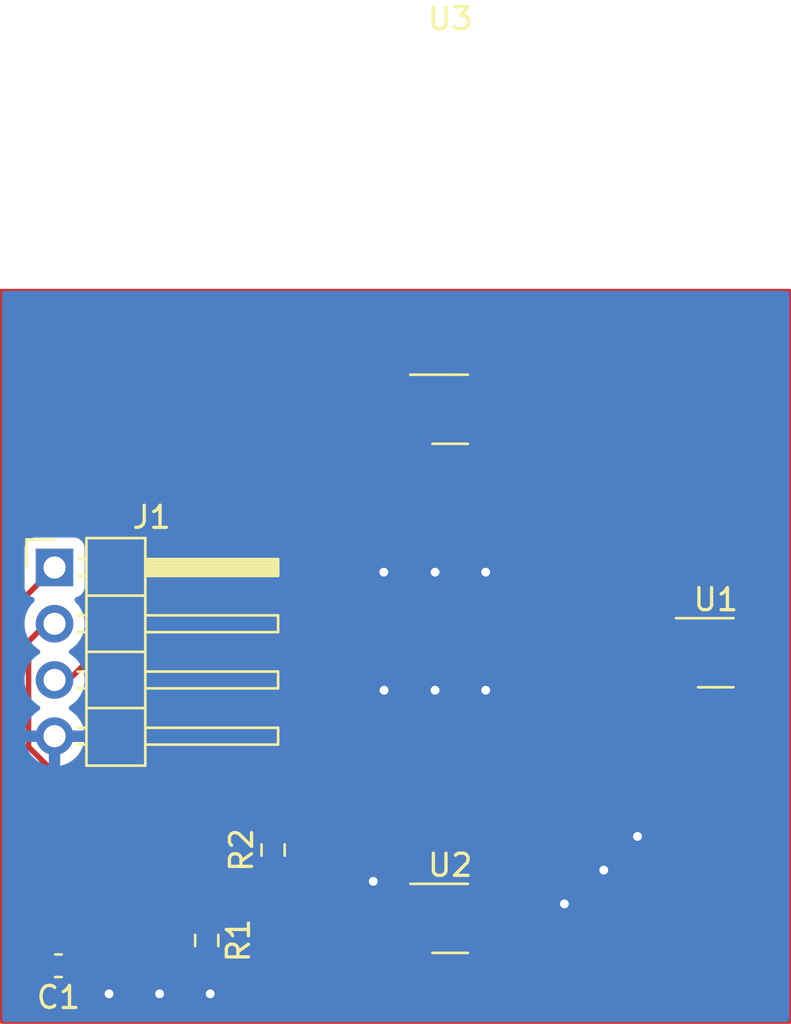
<source format=kicad_pcb>
(kicad_pcb (version 20211014) (generator pcbnew)
  (layers (0 "F.Cu" signal) (31 "B.Cu" signal) (34 "B.Paste" user) (35 "F.Paste" user) (36 "B.SilkS" user "B.Silkscreen") (37 "F.SilkS" user "F.Silkscreen") (38 "B.Mask" user) (39 "F.Mask" user) (44 "Edge.Cuts" user))
  (net 0 "")
  (net 1 "+3V3")
  (net 2 "GND")
  (net 3 "SDA")
  (net 4 "SCL")
  (footprint "Connector_PinHeader_2.54mm:PinHeader_1x04_P2.54mm_Horizontal" (layer "F.Cu") (at 114.125 86.15)
    (fp_text reference "J1" (at 4.385 -2.27) (layer "F.SilkS"))
    (fp_text value "Conn_01x04")
    (fp_line (start 1.44 6.35) (end 4.1 6.35) (layer "F.SilkS") (width 0.12))
    (fp_line (start 1.042929 8) (end 1.44 8) (layer "F.SilkS") (width 0.12))
    (fp_line (start 1.042929 4.7) (end 1.44 4.7) (layer "F.SilkS") (width 0.12))
    (fp_line (start 1.44 -1.33) (end 1.44 8.95) (layer "F.SilkS") (width 0.12))
    (fp_line (start 10.1 2.16) (end 10.1 2.92) (layer "F.SilkS") (width 0.12))
    (fp_line (start 10.1 -0.38) (end 10.1 0.38) (layer "F.SilkS") (width 0.12))
    (fp_line (start 4.1 0.04) (end 10.1 0.04) (layer "F.SilkS") (width 0.12))
    (fp_line (start 10.1 7.24) (end 10.1 8) (layer "F.SilkS") (width 0.12))
    (fp_line (start 4.1 2.16) (end 10.1 2.16) (layer "F.SilkS") (width 0.12))
    (fp_line (start 4.1 -0.38) (end 10.1 -0.38) (layer "F.SilkS") (width 0.12))
    (fp_line (start 10.1 4.7) (end 10.1 5.46) (layer "F.SilkS") (width 0.12))
    (fp_line (start -1.27 0) (end -1.27 -1.27) (layer "F.SilkS") (width 0.12))
    (fp_line (start 1.042929 2.92) (end 1.44 2.92) (layer "F.SilkS") (width 0.12))
    (fp_line (start 4.1 -0.08) (end 10.1 -0.08) (layer "F.SilkS") (width 0.12))
    (fp_line (start 10.1 0.38) (end 4.1 0.38) (layer "F.SilkS") (width 0.12))
    (fp_line (start 1.44 8.95) (end 4.1 8.95) (layer "F.SilkS") (width 0.12))
    (fp_line (start 1.042929 7.24) (end 1.44 7.24) (layer "F.SilkS") (width 0.12))
    (fp_line (start 10.1 5.46) (end 4.1 5.46) (layer "F.SilkS") (width 0.12))
    (fp_line (start 4.1 8.95) (end 4.1 -1.33) (layer "F.SilkS") (width 0.12))
    (fp_line (start 1.042929 2.16) (end 1.44 2.16) (layer "F.SilkS") (width 0.12))
    (fp_line (start 10.1 2.92) (end 4.1 2.92) (layer "F.SilkS") (width 0.12))
    (fp_line (start 4.1 4.7) (end 10.1 4.7) (layer "F.SilkS") (width 0.12))
    (fp_line (start 1.11 0.38) (end 1.44 0.38) (layer "F.SilkS") (width 0.12))
    (fp_line (start -1.27 -1.27) (end 0 -1.27) (layer "F.SilkS") (width 0.12))
    (fp_line (start 4.1 -1.33) (end 1.44 -1.33) (layer "F.SilkS") (width 0.12))
    (fp_line (start 4.1 -0.2) (end 10.1 -0.2) (layer "F.SilkS") (width 0.12))
    (fp_line (start 10.1 8) (end 4.1 8) (layer "F.SilkS") (width 0.12))
    (fp_line (start 4.1 0.16) (end 10.1 0.16) (layer "F.SilkS") (width 0.12))
    (fp_line (start 4.1 0.28) (end 10.1 0.28) (layer "F.SilkS") (width 0.12))
    (fp_line (start 1.44 1.27) (end 4.1 1.27) (layer "F.SilkS") (width 0.12))
    (fp_line (start 1.44 3.81) (end 4.1 3.81) (layer "F.SilkS") (width 0.12))
    (fp_line (start 4.1 -0.32) (end 10.1 -0.32) (layer "F.SilkS") (width 0.12))
    (fp_line (start 4.1 7.24) (end 10.1 7.24) (layer "F.SilkS") (width 0.12))
    (fp_line (start 1.042929 5.46) (end 1.44 5.46) (layer "F.SilkS") (width 0.12))
    (fp_line (start 1.11 -0.38) (end 1.44 -0.38) (layer "F.SilkS") (width 0.12))
    (pad "1" thru_hole rect (at 0 0) (size 1.7 1.7) (drill 1) (layers *.Cu *.Mask) (net 1 "+3V3"))
    (pad "2" thru_hole oval (at 0 2.54) (size 1.7 1.7) (drill 1) (layers *.Cu *.Mask) (net 3 "SDA"))
    (pad "3" thru_hole oval (at 0 5.08) (size 1.7 1.7) (drill 1) (layers *.Cu *.Mask) (net 4 "SCL"))
    (pad "4" thru_hole oval (at 0 7.62) (size 1.7 1.7) (drill 1) (layers *.Cu *.Mask) (net 2 "GND"))
  )
  (footprint "Package_TO_SOT_SMD:SOT-23-6" (layer "F.Cu") (at 132 79)
    (fp_text reference "U3" (at 0 -17.64) (layer "F.SilkS"))
    (fp_text value "TLV493D")
    (fp_line (start 0 -1.56) (end 0.8 -1.56) (layer "F.SilkS") (width 0.12))
    (fp_line (start 0 -1.56) (end -1.8 -1.56) (layer "F.SilkS") (width 0.12))
    (fp_line (start 0 1.56) (end -0.8 1.56) (layer "F.SilkS") (width 0.12))
    (fp_line (start 0 1.56) (end 0.8 1.56) (layer "F.SilkS") (width 0.12))
    (pad "1" smd roundrect (at -1.1375 -0.95) (size 1.325 0.6) (layers "F.Cu" "F.Paste" "F.Mask") (net 4 "SCL"))
    (pad "2" smd roundrect (at -1.1375 0) (size 1.325 0.6) (layers "F.Cu" "F.Paste" "F.Mask") (net 2 "GND"))
    (pad "3" smd roundrect (at -1.1375 0.95) (size 1.325 0.6) (layers "F.Cu" "F.Paste" "F.Mask"))
    (pad "4" smd roundrect (at 1.1375 0.95) (size 1.325 0.6) (layers "F.Cu" "F.Paste" "F.Mask") (net 1 "+3V3"))
    (pad "5" smd roundrect (at 1.1375 0) (size 1.325 0.6) (layers "F.Cu" "F.Paste" "F.Mask"))
    (pad "6" smd roundrect (at 1.1375 -0.95) (size 1.325 0.6) (layers "F.Cu" "F.Paste" "F.Mask") (net 3 "SDA"))
  )
  (footprint "Resistor_SMD:R_0603_1608Metric_Pad0.98x0.95mm_HandSolder" (layer "F.Cu") (at 121 103 -90)
    (fp_text reference "R1" (at 0 -1.43 90) (layer "F.SilkS"))
    (fp_text value "1.2kOhm")
    (fp_line (start -0.254724 0.5225) (end 0.254724 0.5225) (layer "F.SilkS") (width 0.12))
    (fp_line (start -0.254724 -0.5225) (end 0.254724 -0.5225) (layer "F.SilkS") (width 0.12))
    (pad "1" smd roundrect (at -0.9125 0 270) (size 0.975 0.95) (layers "F.Cu" "F.Paste" "F.Mask") (net 3 "SDA"))
    (pad "2" smd roundrect (at 0.9125 0 270) (size 0.975 0.95) (layers "F.Cu" "F.Paste" "F.Mask") (net 1 "+3V3"))
  )
  (footprint "Resistor_SMD:R_0603_1608Metric_Pad0.98x0.95mm_HandSolder" (layer "F.Cu") (at 124 98.9125 90)
    (fp_text reference "R2" (at 0 -1.43 90) (layer "F.SilkS"))
    (fp_text value "1.2kOhm")
    (fp_line (start -0.254724 -0.5225) (end 0.254724 -0.5225) (layer "F.SilkS") (width 0.12))
    (fp_line (start -0.254724 0.5225) (end 0.254724 0.5225) (layer "F.SilkS") (width 0.12))
    (pad "1" smd roundrect (at -0.9125 0 90) (size 0.975 0.95) (layers "F.Cu" "F.Paste" "F.Mask") (net 1 "+3V3"))
    (pad "2" smd roundrect (at 0.9125 0 90) (size 0.975 0.95) (layers "F.Cu" "F.Paste" "F.Mask") (net 4 "SCL"))
  )
  (footprint "Package_TO_SOT_SMD:SOT-23-6" (layer "F.Cu") (at 144 90)
    (fp_text reference "U1" (at 0 -2.4) (layer "F.SilkS"))
    (fp_text value "TLV493D")
    (fp_line (start 0 1.56) (end 0.8 1.56) (layer "F.SilkS") (width 0.12))
    (fp_line (start 0 -1.56) (end 0.8 -1.56) (layer "F.SilkS") (width 0.12))
    (fp_line (start 0 -1.56) (end -1.8 -1.56) (layer "F.SilkS") (width 0.12))
    (fp_line (start 0 1.56) (end -0.8 1.56) (layer "F.SilkS") (width 0.12))
    (pad "1" smd roundrect (at -1.1375 -0.95) (size 1.325 0.6) (layers "F.Cu" "F.Paste" "F.Mask") (net 4 "SCL"))
    (pad "2" smd roundrect (at -1.1375 0) (size 1.325 0.6) (layers "F.Cu" "F.Paste" "F.Mask") (net 2 "GND"))
    (pad "3" smd roundrect (at -1.1375 0.95) (size 1.325 0.6) (layers "F.Cu" "F.Paste" "F.Mask"))
    (pad "4" smd roundrect (at 1.1375 0.95) (size 1.325 0.6) (layers "F.Cu" "F.Paste" "F.Mask") (net 1 "+3V3"))
    (pad "5" smd roundrect (at 1.1375 0) (size 1.325 0.6) (layers "F.Cu" "F.Paste" "F.Mask"))
    (pad "6" smd roundrect (at 1.1375 -0.95) (size 1.325 0.6) (layers "F.Cu" "F.Paste" "F.Mask") (net 3 "SDA"))
  )
  (footprint "Package_TO_SOT_SMD:SOT-23-6" (layer "F.Cu") (at 132 102)
    (fp_text reference "U2" (at 0 -2.4) (layer "F.SilkS"))
    (fp_text value "TLV493D")
    (fp_line (start 0 1.56) (end 0.8 1.56) (layer "F.SilkS") (width 0.12))
    (fp_line (start 0 1.56) (end -0.8 1.56) (layer "F.SilkS") (width 0.12))
    (fp_line (start 0 -1.56) (end -1.8 -1.56) (layer "F.SilkS") (width 0.12))
    (fp_line (start 0 -1.56) (end 0.8 -1.56) (layer "F.SilkS") (width 0.12))
    (pad "1" smd roundrect (at -1.1375 -0.95) (size 1.325 0.6) (layers "F.Cu" "F.Paste" "F.Mask") (net 4 "SCL"))
    (pad "2" smd roundrect (at -1.1375 0) (size 1.325 0.6) (layers "F.Cu" "F.Paste" "F.Mask") (net 2 "GND"))
    (pad "3" smd roundrect (at -1.1375 0.95) (size 1.325 0.6) (layers "F.Cu" "F.Paste" "F.Mask"))
    (pad "4" smd roundrect (at 1.1375 0.95) (size 1.325 0.6) (layers "F.Cu" "F.Paste" "F.Mask") (net 1 "+3V3"))
    (pad "5" smd roundrect (at 1.1375 0) (size 1.325 0.6) (layers "F.Cu" "F.Paste" "F.Mask"))
    (pad "6" smd roundrect (at 1.1375 -0.95) (size 1.325 0.6) (layers "F.Cu" "F.Paste" "F.Mask") (net 3 "SDA"))
  )
  (footprint "Capacitor_SMD:C_0603_1608Metric_Pad1.08x0.95mm_HandSolder" (layer "F.Cu") (at 114.3 104.14 180)
    (fp_text reference "C1" (at 0 -1.43) (layer "F.SilkS"))
    (fp_text value "100nF")
    (fp_line (start -0.146267 0.51) (end 0.146267 0.51) (layer "F.SilkS") (width 0.12))
    (fp_line (start -0.146267 -0.51) (end 0.146267 -0.51) (layer "F.SilkS") (width 0.12))
    (pad "1" smd roundrect (at -0.8625 0 180) (size 1.075 0.95) (layers "F.Cu" "F.Paste" "F.Mask") (net 1 "+3V3"))
    (pad "2" smd roundrect (at 0.8625 0 180) (size 1.075 0.95) (layers "F.Cu" "F.Paste" "F.Mask") (net 2 "GND"))
  )
  (gr_rect (start 111.76 73.66) (end 147.32 106.68) (layer "F.Cu") (width 0.2) (fill none))
  (segment (start 145.1375 91.333572) (end 133.521072 102.95) (width 0.25) (layer "F.Cu") (net 1))
  (segment (start 115.1625 104.14) (end 120.7725 104.14) (width 0.25) (layer "F.Cu") (net 1))
  (segment (start 132.5 76.2) (end 132.15048 76.54952) (width 0.25) (layer "F.Cu") (net 1))
  (segment (start 137.7 76.2) (end 132.5 76.2) (width 0.25) (layer "F.Cu") (net 1))
  (segment (start 124 100.9125) (end 124 99.825) (width 0.25) (layer "F.Cu") (net 1))
  (segment (start 133.1375 102.95) (end 131.0875 105) (width 0.25) (layer "F.Cu") (net 1))
  (segment (start 131.0875 105) (end 126 105) (width 0.25) (layer "F.Cu") (net 1))
  (segment (start 121 103.9125) (end 124 100.9125) (width 0.25) (layer "F.Cu") (net 1))
  (segment (start 132.15048 79.346552) (end 132.753928 79.95) (width 0.25) (layer "F.Cu") (net 1))
  (segment (start 145.1375 90.95) (end 145.521072 90.95) (width 0.25) (layer "F.Cu") (net 1))
  (segment (start 133.521072 102.95) (end 133.1375 102.95) (width 0.25) (layer "F.Cu") (net 1))
  (segment (start 112.500969 101.478469) (end 115.1625 104.14) (width 0.25) (layer "F.Cu") (net 1))
  (segment (start 120.7725 104.14) (end 121 103.9125) (width 0.25) (layer "F.Cu") (net 1))
  (segment (start 132.753928 79.95) (end 133.1375 79.95) (width 0.25) (layer "F.Cu") (net 1))
  (segment (start 146.12452 90.346552) (end 146.12452 84.62452) (width 0.25) (layer "F.Cu") (net 1))
  (segment (start 146.12452 84.62452) (end 137.7 76.2) (width 0.25) (layer "F.Cu") (net 1))
  (segment (start 112.500969 87.774031) (end 112.500969 101.478469) (width 0.25) (layer "F.Cu") (net 1))
  (segment (start 145.521072 90.95) (end 146.12452 90.346552) (width 0.25) (layer "F.Cu") (net 1))
  (segment (start 126 105) (end 125 104) (width 0.25) (layer "F.Cu") (net 1))
  (segment (start 145.1375 90.95) (end 145.1375 91.333572) (width 0.25) (layer "F.Cu") (net 1))
  (segment (start 125 104) (end 121 104) (width 0.25) (layer "F.Cu") (net 1))
  (segment (start 132.15048 76.54952) (end 132.15048 79.346552) (width 0.25) (layer "F.Cu") (net 1))
  (segment (start 114.125 86.15) (end 112.500969 87.774031) (width 0.25) (layer "F.Cu") (net 1))
  (segment (start 142.8625 90) (end 142.478928 90) (width 0.25) (layer "F.Cu") (net 2))
  (segment (start 113.4375 104.14) (end 113.5 104.2025) (width 0.25) (layer "F.Cu") (net 2))
  (via (at 131.318 86.36) (size 0.8) (drill 0.4) (layers "F.Cu" "B.Cu") (net 2))
  (via (at 140.462 98.298) (size 0.8) (drill 0.4) (layers "F.Cu" "B.Cu") (net 2))
  (via (at 138.938 99.822) (size 0.8) (drill 0.4) (layers "F.Cu" "B.Cu") (net 2))
  (via (at 116.586 105.41) (size 0.8) (drill 0.4) (layers "F.Cu" "B.Cu") (net 2))
  (via (at 128.524 100.33) (size 0.8) (drill 0.4) (layers "F.Cu" "B.Cu") (net 2))
  (via (at 133.604 86.36) (size 0.8) (drill 0.4) (layers "F.Cu" "B.Cu") (net 2))
  (via (at 118.872 105.41) (size 0.8) (drill 0.4) (layers "F.Cu" "B.Cu") (net 2))
  (via (at 121.158 105.41) (size 0.8) (drill 0.4) (layers "F.Cu" "B.Cu") (net 2))
  (via (at 131.318 91.694) (size 0.8) (drill 0.4) (layers "F.Cu" "B.Cu") (net 2))
  (via (at 137.16 101.346) (size 0.8) (drill 0.4) (layers "F.Cu" "B.Cu") (net 2))
  (via (at 133.604 91.694) (size 0.8) (drill 0.4) (layers "F.Cu" "B.Cu") (net 2))
  (via (at 129 86.36) (size 0.8) (drill 0.4) (layers "F.Cu" "B.Cu") (net 2))
  (via (at 129.012658 91.694) (size 0.8) (drill 0.4) (layers "F.Cu" "B.Cu") (net 2))
  (segment (start 136.906 101.346) (end 137.16 101.346) (width 0.25) (layer "B.Cu") (net 2))
  (segment (start 144 91.146072) (end 134.096072 101.05) (width 0.25) (layer "F.Cu") (net 3))
  (segment (start 133.1375 101.05) (end 132.753928 101.05) (width 0.25) (layer "F.Cu") (net 3))
  (segment (start 132 103.451782) (end 131.769641 103.682141) (width 0.25) (layer "F.Cu") (net 3))
  (segment (start 137.91548 78) (end 133.1875 78) (width 0.25) (layer "F.Cu") (net 3))
  (segment (start 134.096072 101.05) (end 133.1375 101.05) (width 0.25) (layer "F.Cu") (net 3))
  (segment (start 124.470296 99.01298) (end 123.529704 99.01298) (width 0.25) (layer "F.Cu") (net 3))
  (segment (start 123.529704 99.01298) (end 121 101.542684) (width 0.25) (layer "F.Cu") (net 3))
  (segment (start 131.769641 103.682141) (end 129.139457 103.682141) (width 0.25) (layer "F.Cu") (net 3))
  (segment (start 145.1375 85.22202) (end 137.91548 78) (width 0.25) (layer "F.Cu") (net 3))
  (segment (start 113.75 88.69) (end 112.950489 89.489511) (width 0.25) (layer "F.Cu") (net 3))
  (segment (start 121 101.542684) (end 121 102.0875) (width 0.25) (layer "F.Cu") (net 3))
  (segment (start 120.78149 102.0875) (end 121 102.0875) (width 0.25) (layer "F.Cu") (net 3))
  (segment (start 132.753928 101.05) (end 132 101.803928) (width 0.25) (layer "F.Cu") (net 3))
  (segment (start 133.1875 78) (end 133.1375 78.05) (width 0.25) (layer "F.Cu") (net 3))
  (segment (start 132 101.803928) (end 132 103.451782) (width 0.25) (layer "F.Cu") (net 3))
  (segment (start 145.1375 89.05) (end 145.1375 85.22202) (width 0.25) (layer "F.Cu") (net 3))
  (segment (start 129.139457 103.682141) (end 124.470296 99.01298) (width 0.25) (layer "F.Cu") (net 3))
  (segment (start 144.753928 89.05) (end 144 89.803928) (width 0.25) (layer "F.Cu") (net 3))
  (segment (start 112.950489 94.256499) (end 120.78149 102.0875) (width 0.25) (layer "F.Cu") (net 3))
  (segment (start 144 89.803928) (end 144 91.146072) (width 0.25) (layer "F.Cu") (net 3))
  (segment (start 144.753928 89.05) (end 145.1375 89.05) (width 0.25) (layer "F.Cu") (net 3))
  (segment (start 112.950489 89.489511) (end 112.950489 94.256499) (width 0.25) (layer "F.Cu") (net 3))
  (segment (start 113.75 91.23) (end 114.764 91.23) (width 0.25) (layer "F.Cu") (net 4))
  (segment (start 126.492 98.298) (end 123.952 95.758) (width 0.25) (layer "F.Cu") (net 4))
  (segment (start 142.8485 89.036) (end 142.8625 89.05) (width 0.25) (layer "F.Cu") (net 4))
  (segment (start 143.246072 89.05) (end 142.8625 89.05) (width 0.25) (layer "F.Cu") (net 4))
  (segment (start 130.8625 101.05) (end 130.8625 98.3505) (width 0.25) (layer "F.Cu") (net 4))
  (segment (start 123.952 95.758) (end 117.23 89.036) (width 0.25) (layer "F.Cu") (net 4))
  (segment (start 117.23 89.036) (end 117.23 87.77) (width 0.25) (layer "F.Cu") (net 4))
  (segment (start 124 98) (end 124 95.806) (width 0.25) (layer "F.Cu") (net 4))
  (segment (start 117.23 89.036) (end 142.8485 89.036) (width 0.25) (layer "F.Cu") (net 4))
  (segment (start 124 95.806) (end 123.952 95.758) (width 0.25) (layer "F.Cu") (net 4))
  (segment (start 130.8625 78.05) (end 126.95 78.05) (width 0.25) (layer "F.Cu") (net 4))
  (segment (start 116.958 89.036) (end 117.23 89.036) (width 0.25) (layer "F.Cu") (net 4))
  (segment (start 114.764 91.23) (end 116.958 89.036) (width 0.25) (layer "F.Cu") (net 4))
  (segment (start 142.8625 89.05) (end 142.7585 89.154) (width 0.25) (layer "F.Cu") (net 4))
  (segment (start 130.8625 98.3505) (end 130.81 98.298) (width 0.25) (layer "F.Cu") (net 4))
  (segment (start 142.8125 89) (end 142.8625 89.05) (width 0.25) (layer "F.Cu") (net 4))
  (segment (start 130.81 98.298) (end 126.492 98.298) (width 0.25) (layer "F.Cu") (net 4))
  (segment (start 126.95 78.05) (end 117.23 87.77) (width 0.25) (layer "F.Cu") (net 4))
  (zone (net 2) (net_name "GND") (layers F&B.Cu) (connect_pads (clearance 0.508)) (min_thickness 0.254) (fill yes (thermal_gap 0.508) (thermal_bridge_width 0.508))
    (polygon (pts (xy 147.32 106.68) (xy 111.76 106.68) (xy 111.76 73.66) (xy 147.32 73.66)))
  )
  (zone (net 2) (net_name "GND") (layer "B.Cu") (connect_pads (clearance 0.508)) (min_thickness 0.254) (fill yes (thermal_gap 0.508) (thermal_bridge_width 0.508))
    (polygon (pts (xy 147.32 106.68) (xy 111.76 106.68) (xy 111.76 73.66) (xy 147.32 73.66)))
  )
)
</source>
